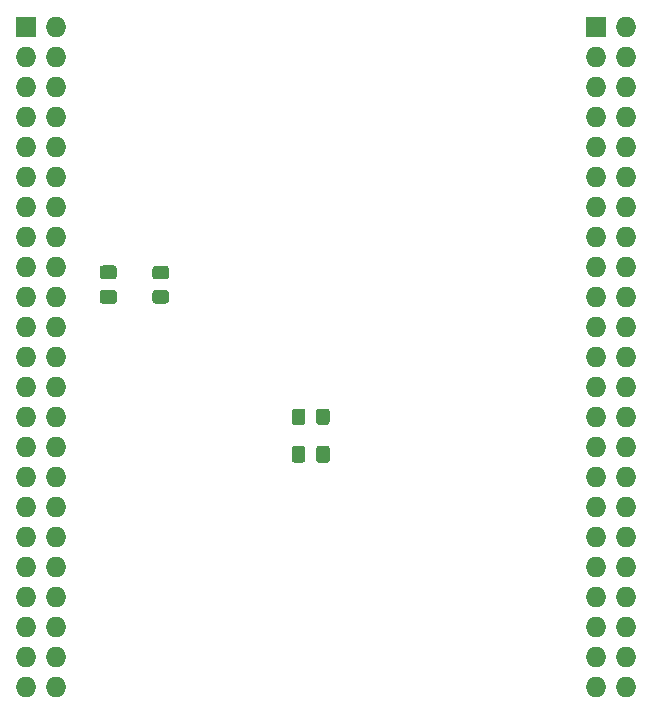
<source format=gbr>
%TF.GenerationSoftware,KiCad,Pcbnew,(5.1.10)-1*%
%TF.CreationDate,2021-09-06T20:05:53-04:00*%
%TF.ProjectId,BeagleBone-Black-Cape,42656167-6c65-4426-9f6e-652d426c6163,rev?*%
%TF.SameCoordinates,Original*%
%TF.FileFunction,Soldermask,Bot*%
%TF.FilePolarity,Negative*%
%FSLAX46Y46*%
G04 Gerber Fmt 4.6, Leading zero omitted, Abs format (unit mm)*
G04 Created by KiCad (PCBNEW (5.1.10)-1) date 2021-09-06 20:05:53*
%MOMM*%
%LPD*%
G01*
G04 APERTURE LIST*
%ADD10R,1.727200X1.727200*%
%ADD11O,1.727200X1.727200*%
G04 APERTURE END LIST*
%TO.C,L335*%
G36*
G01*
X140050100Y-94952399D02*
X140050100Y-95852401D01*
G75*
G02*
X139800101Y-96102400I-249999J0D01*
G01*
X139150099Y-96102400D01*
G75*
G02*
X138900100Y-95852401I0J249999D01*
G01*
X138900100Y-94952399D01*
G75*
G02*
X139150099Y-94702400I249999J0D01*
G01*
X139800101Y-94702400D01*
G75*
G02*
X140050100Y-94952399I0J-249999D01*
G01*
G37*
G36*
G01*
X142100100Y-94952399D02*
X142100100Y-95852401D01*
G75*
G02*
X141850101Y-96102400I-249999J0D01*
G01*
X141200099Y-96102400D01*
G75*
G02*
X140950100Y-95852401I0J249999D01*
G01*
X140950100Y-94952399D01*
G75*
G02*
X141200099Y-94702400I249999J0D01*
G01*
X141850101Y-94702400D01*
G75*
G02*
X142100100Y-94952399I0J-249999D01*
G01*
G37*
%TD*%
%TO.C,L12*%
G36*
G01*
X127350099Y-84667400D02*
X128250101Y-84667400D01*
G75*
G02*
X128500100Y-84917399I0J-249999D01*
G01*
X128500100Y-85567401D01*
G75*
G02*
X128250101Y-85817400I-249999J0D01*
G01*
X127350099Y-85817400D01*
G75*
G02*
X127100100Y-85567401I0J249999D01*
G01*
X127100100Y-84917399D01*
G75*
G02*
X127350099Y-84667400I249999J0D01*
G01*
G37*
G36*
G01*
X127350099Y-82617400D02*
X128250101Y-82617400D01*
G75*
G02*
X128500100Y-82867399I0J-249999D01*
G01*
X128500100Y-83517401D01*
G75*
G02*
X128250101Y-83767400I-249999J0D01*
G01*
X127350099Y-83767400D01*
G75*
G02*
X127100100Y-83517401I0J249999D01*
G01*
X127100100Y-82867399D01*
G75*
G02*
X127350099Y-82617400I249999J0D01*
G01*
G37*
%TD*%
%TO.C,C494*%
G36*
G01*
X123830100Y-83767400D02*
X122880100Y-83767400D01*
G75*
G02*
X122630100Y-83517400I0J250000D01*
G01*
X122630100Y-82842400D01*
G75*
G02*
X122880100Y-82592400I250000J0D01*
G01*
X123830100Y-82592400D01*
G75*
G02*
X124080100Y-82842400I0J-250000D01*
G01*
X124080100Y-83517400D01*
G75*
G02*
X123830100Y-83767400I-250000J0D01*
G01*
G37*
G36*
G01*
X123830100Y-85842400D02*
X122880100Y-85842400D01*
G75*
G02*
X122630100Y-85592400I0J250000D01*
G01*
X122630100Y-84917400D01*
G75*
G02*
X122880100Y-84667400I250000J0D01*
G01*
X123830100Y-84667400D01*
G75*
G02*
X124080100Y-84917400I0J-250000D01*
G01*
X124080100Y-85592400D01*
G75*
G02*
X123830100Y-85842400I-250000J0D01*
G01*
G37*
%TD*%
%TO.C,C31*%
G36*
G01*
X140050100Y-98102400D02*
X140050100Y-99052400D01*
G75*
G02*
X139800100Y-99302400I-250000J0D01*
G01*
X139125100Y-99302400D01*
G75*
G02*
X138875100Y-99052400I0J250000D01*
G01*
X138875100Y-98102400D01*
G75*
G02*
X139125100Y-97852400I250000J0D01*
G01*
X139800100Y-97852400D01*
G75*
G02*
X140050100Y-98102400I0J-250000D01*
G01*
G37*
G36*
G01*
X142125100Y-98102400D02*
X142125100Y-99052400D01*
G75*
G02*
X141875100Y-99302400I-250000J0D01*
G01*
X141200100Y-99302400D01*
G75*
G02*
X140950100Y-99052400I0J250000D01*
G01*
X140950100Y-98102400D01*
G75*
G02*
X141200100Y-97852400I250000J0D01*
G01*
X141875100Y-97852400D01*
G75*
G02*
X142125100Y-98102400I0J-250000D01*
G01*
G37*
%TD*%
D10*
%TO.C,P8*%
X164630100Y-62382400D03*
D11*
X167170100Y-62382400D03*
X164630100Y-64922400D03*
X167170100Y-64922400D03*
X164630100Y-67462400D03*
X167170100Y-67462400D03*
X164630100Y-70002400D03*
X167170100Y-70002400D03*
X164630100Y-72542400D03*
X167170100Y-72542400D03*
X164630100Y-75082400D03*
X167170100Y-75082400D03*
X164630100Y-77622400D03*
X167170100Y-77622400D03*
X164630100Y-80162400D03*
X167170100Y-80162400D03*
X164630100Y-82702400D03*
X167170100Y-82702400D03*
X164630100Y-85242400D03*
X167170100Y-85242400D03*
X164630100Y-87782400D03*
X167170100Y-87782400D03*
X164630100Y-90322400D03*
X167170100Y-90322400D03*
X164630100Y-92862400D03*
X167170100Y-92862400D03*
X164630100Y-95402400D03*
X167170100Y-95402400D03*
X164630100Y-97942400D03*
X167170100Y-97942400D03*
X164630100Y-100482400D03*
X167170100Y-100482400D03*
X164630100Y-103022400D03*
X167170100Y-103022400D03*
X164630100Y-105562400D03*
X167170100Y-105562400D03*
X164630100Y-108102400D03*
X167170100Y-108102400D03*
X164630100Y-110642400D03*
X167170100Y-110642400D03*
X164630100Y-113182400D03*
X167170100Y-113182400D03*
X164630100Y-115722400D03*
X167170100Y-115722400D03*
X164630100Y-118262400D03*
X167170100Y-118262400D03*
%TD*%
D10*
%TO.C,P9*%
X116370100Y-62382400D03*
D11*
X118910100Y-62382400D03*
X116370100Y-64922400D03*
X118910100Y-64922400D03*
X116370100Y-67462400D03*
X118910100Y-67462400D03*
X116370100Y-70002400D03*
X118910100Y-70002400D03*
X116370100Y-72542400D03*
X118910100Y-72542400D03*
X116370100Y-75082400D03*
X118910100Y-75082400D03*
X116370100Y-77622400D03*
X118910100Y-77622400D03*
X116370100Y-80162400D03*
X118910100Y-80162400D03*
X116370100Y-82702400D03*
X118910100Y-82702400D03*
X116370100Y-85242400D03*
X118910100Y-85242400D03*
X116370100Y-87782400D03*
X118910100Y-87782400D03*
X116370100Y-90322400D03*
X118910100Y-90322400D03*
X116370100Y-92862400D03*
X118910100Y-92862400D03*
X116370100Y-95402400D03*
X118910100Y-95402400D03*
X116370100Y-97942400D03*
X118910100Y-97942400D03*
X116370100Y-100482400D03*
X118910100Y-100482400D03*
X116370100Y-103022400D03*
X118910100Y-103022400D03*
X116370100Y-105562400D03*
X118910100Y-105562400D03*
X116370100Y-108102400D03*
X118910100Y-108102400D03*
X116370100Y-110642400D03*
X118910100Y-110642400D03*
X116370100Y-113182400D03*
X118910100Y-113182400D03*
X116370100Y-115722400D03*
X118910100Y-115722400D03*
X116370100Y-118262400D03*
X118910100Y-118262400D03*
%TD*%
M02*

</source>
